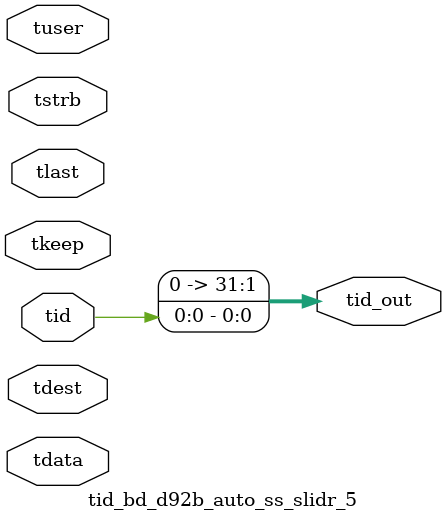
<source format=v>


`timescale 1ps/1ps

module tid_bd_d92b_auto_ss_slidr_5 #
(
parameter C_S_AXIS_TID_WIDTH   = 1,
parameter C_S_AXIS_TUSER_WIDTH = 0,
parameter C_S_AXIS_TDATA_WIDTH = 0,
parameter C_S_AXIS_TDEST_WIDTH = 0,
parameter C_M_AXIS_TID_WIDTH   = 32
)
(
input  [(C_S_AXIS_TID_WIDTH   == 0 ? 1 : C_S_AXIS_TID_WIDTH)-1:0       ] tid,
input  [(C_S_AXIS_TDATA_WIDTH == 0 ? 1 : C_S_AXIS_TDATA_WIDTH)-1:0     ] tdata,
input  [(C_S_AXIS_TUSER_WIDTH == 0 ? 1 : C_S_AXIS_TUSER_WIDTH)-1:0     ] tuser,
input  [(C_S_AXIS_TDEST_WIDTH == 0 ? 1 : C_S_AXIS_TDEST_WIDTH)-1:0     ] tdest,
input  [(C_S_AXIS_TDATA_WIDTH/8)-1:0 ] tkeep,
input  [(C_S_AXIS_TDATA_WIDTH/8)-1:0 ] tstrb,
input                                                                    tlast,
output [(C_M_AXIS_TID_WIDTH   == 0 ? 1 : C_M_AXIS_TID_WIDTH)-1:0       ] tid_out
);

assign tid_out = {tid[0:0]};

endmodule


</source>
